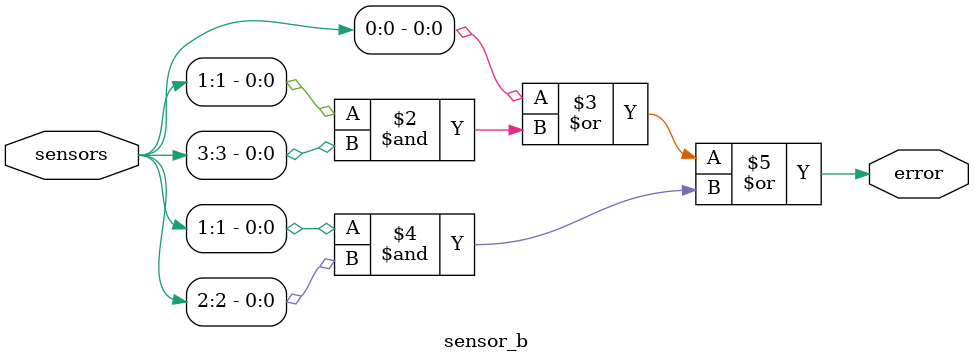
<source format=sv>

module sensor_b
(
	input wire [3:0] sensors,
	output reg error
);

	always_comb
	begin
		error = sensors[0] | (sensors[1] & sensors[3]) | (sensors[1] & sensors[2]);
	end

endmodule 

</source>
